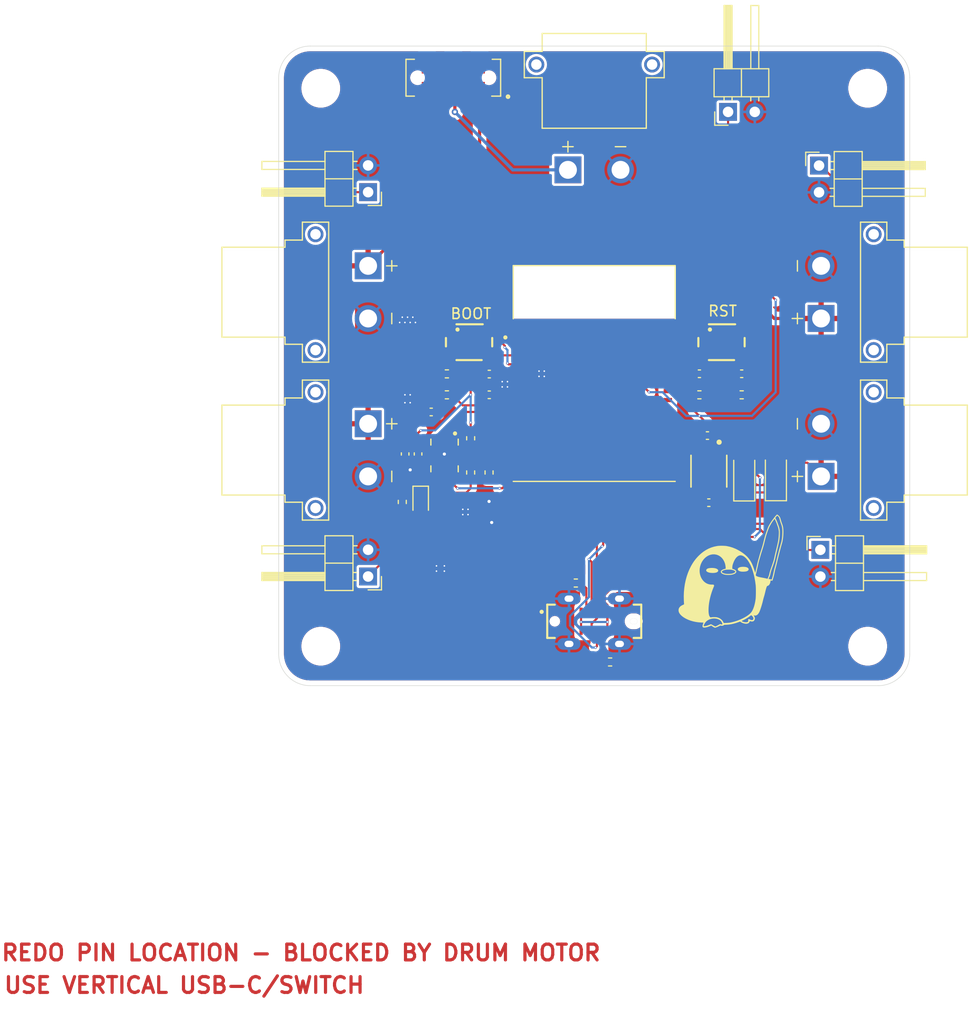
<source format=kicad_pcb>
(kicad_pcb (version 20240108) (generator "pcbnew") (generator_version "8.0")
  (layers (0 "F.Cu" signal) (31 "B.Cu" signal) (34 "B.Paste" user) (35 "F.Paste" user) (36 "B.SilkS" user "B.Silkscreen") (37 "F.SilkS" user "F.Silkscreen") (38 "B.Mask" user) (39 "F.Mask" user) (44 "Edge.Cuts" user))
  (net 0 "")
  (net 1 "GND")
  (net 2 "+3V3")
  (net 3 "+BATT")
  (net 4 "Net-(D1-K)")
  (net 5 "Net-(C11-Pad2)")
  (net 6 "/Main Drive /EN")
  (net 7 "/Main Drive /d_motor")
  (net 8 "Net-(D2-A)")
  (net 9 "/Main Drive /l_motor")
  (net 10 "/Main Drive /r_motor")
  (net 11 "Net-(U4-IO4)")
  (net 12 "/Main Drive /Boot")
  (net 14 "/Main Drive /SCL")
  (net 19 "/Main Drive /DP")
  (net 20 "Net-(U3-CS)")
  (net 23 "/Main Drive /SDA")
  (net 28 "/Main Drive /DN")
  (net 35 "+V_USB")
  (net 36 "/Main Drive /d_motor_2")
  (net 38 "Net-(SW1-B)")
  (net 44 "Net-(J11-CC2)")
  (net 45 "Net-(J11-CC1)")
  (net 47 "/Main Drive /INT1")
  (net 48 "/Main Drive /INT2")
  (net 50 "unconnected-(U4-IO21-Pad25)")
  (net 51 "unconnected-(U4-IO26-Pad26)")
  (footprint "Capacitor_SMD:C_0402_1005Metric" (layer "F.Cu") (at 170.02 95.40132)
    (property "Reference" "C13" (hide yes))
    (property "Value" "22uF" (hide yes))
  )
  (footprint "LED_SMD:LED_0603_1608Metric" (layer "F.Cu") (at 163.5 107.5375 -90)
    (property "Reference" "D2" (hide yes))
    (property "Value" "LED" (hide yes))
  )
  (footprint "XT30PW-F:AMASS_XT30PW-F" (layer "F.Cu") (at 206.56925 87.62132 -90)
    (property "Reference" "J1" (hide yes))
    (property "Value" "XT30PW-F")
  )
  (footprint "esp32s3mini:XCVR_ESP32-S3-MINI-1-N8" (layer "F.Cu") (at 180 97.87132)
    (property "Reference" "U4" (hide yes))
    (property "Value" "ESP32-S3-MINI-1-N8" (hide yes))
  )
  (footprint "Resistor_SMD:R_0402_1005Metric" (layer "F.Cu") (at 181.51 122.75)
    (property "Reference" "R1" (hide yes))
    (property "Value" "5.1k")
  )
  (footprint "XT30PW-F:AMASS_XT30PW-F" (layer "F.Cu") (at 153.5 102.62132 90)
    (property "Reference" "J5" (hide yes))
    (property "Value" "XT30PW-F")
  )
  (footprint "JS102011JAQN:SW_JS102011JAQN" (layer "F.Cu") (at 166.6 67.25 180)
    (property "Reference" "SW1" (hide yes))
    (property "Value" "SW_SPDT")
  )
  (footprint "TLV76601:DRB0008J-IPC_A" (layer "F.Cu") (at 190.9 104.625001 -90)
    (property "Reference" "U2" (hide yes))
    (property "Value" "TLV76601QWDRBRQ1" (hide yes))
  )
  (footprint "Resistor_SMD:R_0402_1005Metric" (layer "F.Cu") (at 178.25 115.25 180)
    (property "Reference" "R2" (hide yes))
    (property "Value" "5.1k")
  )
  (footprint "Resistor_SMD:R_0402_1005Metric" (layer "F.Cu") (at 170 104.75 -90)
    (property "Reference" "R4" (hide yes))
    (property "Value" "10k")
  )
  (footprint "Capacitor_SMD:C_0402_1005Metric" (layer "F.Cu") (at 170.02 97.37132)
    (property "Reference" "C14" (hide yes))
    (property "Value" "0.1uF" (hide yes))
  )
  (footprint "Resistor_SMD:R_0402_1005Metric" (layer "F.Cu") (at 190 97.37132)
    (property "Reference" "R12" (hide yes))
    (property "Value" "10k" (hide yes))
  )
  (footprint "MountingHole:MountingHole_3.2mm_M3_DIN965" (layer "F.Cu") (at 154 68.25)
    (property "Reference" "H4" (hide yes))
    (property "Value" "MountingHole")
  )
  (footprint "Diode_SMD:D_SOD-123F" (layer "F.Cu") (at 197.2725 105.22132 90)
    (property "Reference" "D1" (hide yes))
    (property "Value" "D" (hide yes))
  )
  (footprint "Capacitor_SMD:C_0402_1005Metric" (layer "F.Cu") (at 164.5 99 180)
    (property "Reference" "C5" (hide yes))
    (property "Value" "0.1uF")
  )
  (footprint "Connector_PinHeader_2.54mm:PinHeader_1x02_P2.54mm_Horizontal" (layer "F.Cu") (at 192.725 70.49632 90)
    (property "Reference" "J10" (hide yes))
    (property "Value" "Conn_01x02_Pin")
  )
  (footprint "Capacitor_SMD:C_0402_1005Metric" (layer "F.Cu") (at 190.894999 107.615534)
    (property "Reference" "C2" (hide yes))
    (property "Value" "1uF")
  )
  (footprint "Resistor_SMD:R_0402_1005Metric" (layer "F.Cu") (at 168.25 104.75 -90)
    (property "Reference" "R3" (hide yes))
    (property "Value" "1k")
  )
  (footprint "Connector_PinHeader_2.54mm:PinHeader_1x02_P2.54mm_Horizontal" (layer "F.Cu") (at 158.5 78.12132 180)
    (property "Reference" "J8" (hide yes))
    (property "Value" "Conn_01x02_Pin")
  )
  (footprint "Capacitor_SMD:C_0402_1005Metric" (layer "F.Cu") (at 194.02 95.37132)
    (property "Reference" "C11" (hide yes))
    (property "Value" "0.1uF" (hide yes))
  )
  (footprint "customFootprints:rockerSwitch-434133025816" (layer "F.Cu") (at 168 92.37132)
    (property "Reference" "SW4" (hide yes))
    (property "Value" "~" (hide yes))
  )
  (footprint "Capacitor_SMD:C_0402_1005Metric" (layer "F.Cu") (at 163.25 102.99 -90)
    (property "Reference" "C3" (hide yes))
    (property "Value" "0.1uF")
  )
  (footprint "Resistor_SMD:R_0402_1005Metric" (layer "F.Cu") (at 165.99 95.38132)
    (property "Reference" "R10" (hide yes))
    (property "Value" "570k" (hide yes))
  )
  (footprint "Connector_PinHeader_2.54mm:PinHeader_1x02_P2.54mm_Horizontal" (layer "F.Cu") (at 201.375 75.59632)
    (property "Reference" "J2" (hide yes))
    (property "Value" "Conn_01x02_Pin")
  )
  (footprint "bitmaps:knife_win_10x13" (layer "F.Cu") (at 193.001139 114.12132)
    (property "Reference" "G***" (hide yes))
    (property "Value" "LOGO" (hide yes))
  )
  (footprint "Resistor_SMD:R_0402_1005Metric" (layer "F.Cu") (at 194.02 97.37132 180)
    (property "Reference" "R13" (hide yes))
    (property "Value" "10k" (hide yes))
  )
  (footprint "MountingHole:MountingHole_3.2mm_M3_DIN965" (layer "F.Cu") (at 154 121.25)
    (property "Reference" "H1" (hide yes))
    (property "Value" "MountingHole")
  )
  (footprint "Resistor_SMD:R_0402_1005Metric" (layer "F.Cu") (at 165.99 97.37132 180)
    (property "Reference" "R11" (hide yes))
    (property "Value" "437k" (hide yes))
  )
  (footprint "Resistor_SMD:R_0402_1005Metric" (layer "F.Cu") (at 161.75 107.5475 -90)
    (property "Reference" "R16" (hide yes))
    (property "Value" "510" (hide yes))
  )
  (footprint "Capacitor_SMD:C_0402_1005Metric" (layer "F.Cu") (at 162.02 102.99 -90)
    (property "Reference" "C4" (hide yes))
    (property "Value" "0.1uF")
  )
  (footprint "USB4120-03-C_REVA:GCT_USB4120-03-C_REVA" (layer "F.Cu") (at 180 118.885)
    (property "Reference" "J11" (hide yes))
    (property "Value" "USB4120-03-C_REVA" (hide yes))
    (fp_line (start 3.65 -0.26) (end 3.85 -0.26) (stroke (width 0.01)) (layer "Edge.Cuts"))
    (fp_line (start 3.85 0.26) (end 3.65 0.26) (stroke (width 0.01)) (layer "Edge.Cuts"))
    (fp_arc (start 3.39 0) (mid 3.466152 -0.183848) (end 3.65 -0.26) (stroke (width 0.01)) (layer "Edge.Cuts"))
    (fp_arc (start 3.65 0.26) (mid 3.466152 0.183848) (end 3.39 0) (stroke (width 0.01)) (layer "Edge.Cuts"))
    (fp_arc (start 3.85 -0.26) (mid 4.033848 -0.183848) (end 4.11 0) (stroke (width 0.01)) (layer "Edge.Cuts"))
    (fp_arc (start 4.11 0) (mid 4.033848 0.183848) (end 3.85 0.26) (stroke (width 0.01)) (layer "Edge.Cuts"))
  )
  (footprint "customFootprints:rockerSwitch-434133025816" (layer "F.Cu") (at 192 92.37132)
    (property "Reference" "SW3" (hide yes))
    (property "Value" "~" (hide yes))
  )
  (footprint "Capacitor_SMD:C_0402_1005Metric" (layer "F.Cu") (at 190 95.37132 180)
    (property "Reference" "C12" (hide yes))
    (property "Value" "1uF" (hide yes))
  )
  (footprint "Connector_PinHeader_2.54mm:PinHeader_1x02_P2.54mm_Horizontal" (layer "F.Cu") (at 158.5 114.63132 180)
    (property "Reference" "J9" (hide yes))
    (property "Value" "Conn_01x02_Pin")
  )
  (footprint "XT30PW-F:AMASS_XT30PW-F" (layer "F.Cu") (at 206.56925 102.62132 -90)
    (property "Reference" "J4" (hide yes))
    (property "Value" "XT30PW-F")
  )
  (footprint "XT30PW-M:AMASS_XT30PW-M" (layer "F.Cu") (at 180 66)
    (property "Reference" "J3" (hide yes))
    (property "Value" "XT30PW-M")
  )
  (footprint "MountingHole:MountingHole_3.2mm_M3_DIN965" (layer "F.Cu") (at 206 121.25)
    (property "Reference" "H2" (hide yes))
    (property "Value" "MountingHole")
  )
  (footprint "Capacitor_SMD:C_0402_1005Metric" (layer "F.Cu") (at 190.763033 101.24382)
    (property "Reference" "C1" (hide yes))
    (property "Value" "2.2uF")
  )
  (footprint "XT30PW-F:AMASS_XT30PW-F" (layer "F.Cu") (at 153.5 87.62132 90)
    (property "Reference" "J6" (hide yes))
    (property "Value" "XT30PW-F")
  )
  (footprint "LSM6DSOXTR:PQFN50P250X300X86-14N" (layer "F.Cu") (at 165.7675 103.1325 -90)
    (property "Reference" "U3" (hide yes))
    (property "Value" "LSM6DSOXTR")
  )
  (footprint "MountingHole:MountingHole_3.2mm_M3_DIN965" (layer "F.Cu") (at 206 68.25)
    (property "Reference" "H3" (hide yes))
    (property "Value" "MountingHole")
  )
  (footprint "Resistor_SMD:R_0402_1005Metric" (layer "F.Cu") (at 168.25 101.5 90)
    (property "Reference" "R5" (hide yes))
    (property "Value" "10k")
  )
  (footprint "Connector_PinHeader_2.54mm:PinHeader_1x02_P2.54mm_Horizontal" (layer "F.Cu") (at 201.5 112.09632)
    (property "Reference" "J7" (hide yes))
    (property "Value" "Conn_01x02_Pin" (hide yes))
  )
  (footprint "Diode_SMD:D_SOD-123F" (layer "F.Cu") (at 194.263033 105.24382 90)
    (property "Reference" "D3" (hide yes))
    (property "Value" "D" (hide yes))
  )
  (gr_line (start 207 125) (end 153 125) (stroke (width 0.05)) (layer "Edge.Cuts"))
  (gr_arc (start 150 67.24264) (mid 150.87868 65.12132) (end 153 64.24264) (stroke (width 0.05)) (layer "Edge.Cuts"))
  (gr_line (start 210 67.24264) (end 210.000001 122.000001) (stroke (width 0.05)) (layer "Edge.Cuts"))
  (gr_line (start 153 64.24264) (end 207 64.24264) (stroke (width 0.05)) (layer "Edge.Cuts"))
  (gr_arc (start 153 125) (mid 150.87868 124.12132) (end 150 122) (stroke (width 0.05)) (layer "Edge.Cuts"))
  (gr_arc (start 210.000001 122.000001) (mid 209.121321 124.121321) (end 207.000001 125.000001) (stroke (width 0.05)) (layer "Edge.Cuts"))
  (gr_arc (start 207 64.24264) (mid 209.12132 65.12132) (end 210 67.24264) (stroke (width 0.05)) (layer "Edge.Cuts"))
  (gr_line (start 150 122) (end 150 67.24264) (stroke (width 0.05)) (layer "Edge.Cuts"))
  (gr_text "USE VERTICAL USB-C/SWITCH\n\n" (at 123.75 156.75 0) (layer "F.Cu") (effects (font (size 1.5 1.5) (thickness 0.3) (bold yes)) (justify left bottom)))
  (gr_text "REDO PIN LOCATION - BLOCKED BY DRUM MOTOR" (at 123.5 151.25 0) (layer "F.Cu") (effects (font (size 1.5 1.5) (thickness 0.3) (bold yes)) (justify left bottom)))
  (gr_text "BOOT" (at 166.25 90.25 0) (layer "F.SilkS") (effects (font (size 1 1)) (justify left bottom)))
  (gr_text "RST\n" (at 190.75 90 0) (layer "F.SilkS") (effects (font (size 1 1)) (justify left bottom)))
  (segment (start 190.574999 106.115534) (end 190.574999 104.950002) (width 0.2) (layer "F.Cu") (net 1))
  (segment (start 190.574999 104.950002) (end 190.9 104.625001) (width 0.2) (layer "F.Cu") (net 1))
  (segment (start 164.8575 103.1325) (end 164.8575 103.6325) (width 0.2) (layer "F.Cu") (net 1))
  (segment (start 165.5175 101.9725) (end 166.5175 101.9725) (width 0.2) (layer "F.Cu") (net 1))
  (via (at 165 114.12132) (size 0.25) (drill 0.15) (layers "F.Cu" "B.Cu") (net 1))
  (via (at 168 108.25) (size 0.25) (drill 0.15) (layers "F.Cu" "B.Cu") (net 1))
  (via (at 167.5 108.75) (size 0.25) (drill 0.15) (layers "F.Cu" "B.Cu") (net 1))
  (via (at 161.75 90) (size 0.25) (drill 0.15) (layers "F.Cu" "B.Cu") (net 1))
  (via (at 174.75 95.12132) (size 0.25) (drill 0.15) (layers "F.Cu" "B.Cu") (net 1))
  (via (at 162.5 104.5) (size 0.6) (drill 0.3) (layers "F.Cu" "B.Cu") (net 1))
  (via (at 165.75 114.12132) (size 0.25) (drill 0.15) (layers "F.Cu" "B.Cu") (net 1))
  (via (at 167.5 108.25) (size 0.25) (drill 0.15) (layers "F.Cu" "B.Cu") (net 1))
  (via (at 171.75 96.62132) (size 0.25) (drill 0.15) (layers "F.Cu" "B.Cu") (net 1))
  (via (at 162.5 97.37132) (size 0.25) (drill 0.15) (layers "F.Cu" "B.Cu") (net 1))
  (via (at 168 108.75) (size 0.25) (drill 0.15) (layers "F.Cu" "B.Cu") (net 1))
  (via (at 162.5 90.5) (size 0.25) (drill 0.15) (layers "F.Cu" "B.Cu") (net 1))
  (via (at 161.5 90.5) (size 0.25) (drill 0.15) (layers "F.Cu" "B.Cu") (net 1))
  (via (at 170 107.5) (size 0.6) (drill 0.3) (layers "F.Cu" "B.Cu") (net 1))
  (via (at 162.5 98.12132) (size 0.25) (drill 0.15) (layers "F.Cu" "B.Cu") (net 1))
  (via (at 162 90.5) (size 0.25) (drill 0.15) (layers "F.Cu" "B.Cu") (net 1))
  (via (at 165 113.62132) (size 0.25) (drill 0.15) (layers "F.Cu" "B.Cu") (net 1))
  (via (at 162 97.37132) (size 0.25) (drill 0.15) (layers "F.Cu" "B.Cu") (net 1))
  (via (at 162.25 90) (size 0.25) (drill 0.15) (layers "F.Cu" "B.Cu") (net 1))
  (via (at 165.75 113.62132) (size 0.25) (drill 0.15) (layers "F.Cu" "B.Cu") (net 1))
  (via (at 171.25 96.62132) (size 0.25) (drill 0.15) (layers "F.Cu" "B.Cu") (net 1))
  (via (at 162.75 90) (size 0.25) (drill 0.15) (layers "F.Cu" "B.Cu") (net 1))
  (via (at 174.75 95.62132) (size 0.25) (drill 0.15) (layers "F.Cu" "B.Cu") (net 1))
  (via (at 175.25 95.62132) (size 0.25) (drill 0.15) (layers "F.Cu" "B.Cu") (net 1))
  (via (at 165.75 103) (size 0.6) (drill 0.3) (layers "F.Cu" "B.Cu") (net 1))
  (via (at 170.25 109.5) (size 0.6) (drill 0.3) (layers "F.Cu" "B.Cu") (net 1))
  (via (at 163 90.5) (size 0.25) (drill 0.15) (layers "F.Cu" "B.Cu") (net 1))
  (via (at 162 98.12132) (size 0.25) (drill 0.15) (layers "F.Cu" "B.Cu") (net 1))
  (via (at 171.75 96.12132) (size 0.25) (drill 0.15) (layers "F.Cu" "B.Cu") (net 1))
  (via (at 171.25 96.12132) (size 0.25) (drill 0.15) (layers "F.Cu" "B.Cu") (net 1))
  (via (at 175.25 95.12132) (size 0.25) (drill 0.15) (layers "F.Cu" "B.Cu") (net 1))
  (segment (start 190.022272 99.393592) (end 190.022272 99.413592) (width 0.2) (layer "F.Cu") (net 2))
  (segment (start 181.7 93.62132) (end 181.72132 93.62132) (width 0.2) (layer "F.Cu") (net 2))
  (segment (start 168.25 105.26) (end 170 105.26) (width 0.2) (layer "F.Cu") (net 2))
  (segment (start 190.022272 99.413592) (end 190 99.39132) (width 0.2) (layer "F.Cu") (net 2))
  (segment (start 163.7975 104.2925) (end 165.0175 104.2925) (width 0.2) (layer "F.Cu") (net 2))
  (segment (start 173 93.62132) (end 181.7 93.62132) (width 0.2) (layer "F.Cu") (net 2))
  (segment (start 168.25 100) (end 168.25 100.99) (width 0.2) (layer "F.Cu") (net 2))
  (segment (start 169.54 95.33132) (end 169.54 95.40132) (width 0.2) (layer "F.Cu") (net 2))
  (segment (start 161.41 106) (end 161.75 106.34) (width 0.2) (layer "F.Cu") (net 2))
  (segment (start 190 99.39132) (end 190 99.37132) (width 0.2) (layer "F.Cu") (net 2))
  (segment (start 173 93.62132) (end 171.25 93.62132) (width 0.2) (layer "F.Cu") (net 2))
  (segment (start 192.725 83.84632) (end 197.25 88.37132) (width 0.2) (layer "F.Cu") (net 2))
  (segment (start 189.49 98.88132) (end 189.98 99.37132) (width 0.2) (layer "F.Cu") (net 2))
  (segment (start 189.98 99.37132) (end 190 99.37132) (width 0.2) (layer "F.Cu") (net 2))
  (segment (start 163.25 101) (end 163.25 102.51) (width 0.2) (layer "F.Cu") (net 2))
  (segment (start 161.75 106.34) (end 163.7975 104.2925) (width 0.2) (layer "F.Cu") (net 2))
  (segment (start 167.825 106.675) (end 166.675 106.675) (width 0.2) (layer "F.Cu") (net 2))
  (segment (start 171.25 93.62132) (end 169.54 95.33132) (width 0.2) (layer "F.Cu") (net 2))
  (segment (start 190 99.37132) (end 190.022272 99.393592) (width 0.2) (layer "F.Cu") (net 2))
  (segment (start 163.5 100.75) (end 163.25 101) (width 0.2) (layer "F.Cu") (net 2))
  (segment (start 168.25 106.25) (end 167.825 106.675) (width 0.2) (layer "F.Cu") (net 2))
  (segment (start 168.25 97.37132) (end 168.25 96.69132) (width 0.2) (layer "F.Cu") (net 2))
  (segment (start 168.25 96.69132) (end 169.54 95.40132) (width 0.2) (layer "F.Cu") (net 2))
  (segment (start 168.25 105.26) (end 168.25 106.25) (width 0.2) (layer "F.Cu") (net 2))
  (segment (start 165.0175 105.0175) (end 165.0175 104.2925) (width 0.2) (layer "F.Cu") (net 2))
  (segment (start 192.725 70.49632) (end 192.725 83.84632) (width 0.2) (layer "F.Cu") (net 2))
  (segment (start 161.75 106.34) (end 161.75 107.0375) (width 0.2) (layer "F.Cu") (net 2))
  (segment (start 161.41 106) (end 161.41 103.12) (width 0.2) (layer "F.Cu") (net 2))
  (segment (start 181.72132 93.62132) (end 185.2 97.1) (width 0.2) (layer "F.Cu") (net 2))
  (segment (start 191.243033 100.614353) (end 190 99.37132) (width 0.2) (layer "F.Cu") (net 2))
  (segment (start 189.49 98.88132) (end 189.49 97.37132) (width 0.2) (layer "F.Cu") (net 2))
  (segment (start 191.243033 101.24382) (end 191.243033 100.614353) (width 0.2) (layer "F.Cu") (net 2))
  (segment (start 161.41 103.12) (end 162.02 102.51) (width 0.2) (layer "F.Cu") (net 2))
  (segment (start 166.675 106.675) (end 165.0175 105.0175) (width 0.2) (layer "F.Cu") (net 2))
  (via (at 168.25 97.37132) (size 0.25) (drill 0.15) (layers "F.Cu" "B.Cu") (net 2))
  (via (at 168.25 100) (size 0.25) (drill 0.15) (layers "F.Cu" "B.Cu") (net 2))
  (via (at 197.25 88.37132) (size 0.25) (drill 0.15) (layers "F.Cu" "B.Cu") (net 2))
  (via (at 190 99.37132) (size 0.25) (drill 0.15) (layers "F.Cu" "B.Cu") (net 2))
  (via (at 185.2 97.1) (size 0.25) (drill 0.15) (layers "F.Cu" "B.Cu") (net 2))
  (via (at 163.5 100.75) (size 0.25) (drill 0.15) (layers "F.Cu" "B.Cu") (net 2))
  (segment (start 168.25 100) (end 168.25 97.5) (width 0.2) (layer "B.Cu") (net 2))
  (segment (start 197.25 88.37132) (end 197.25 97.12132) (width 0.2) (layer "B.Cu") (net 2))
  (segment (start 195 99.37132) (end 190 99.37132) (width 0.2) (layer "B.Cu") (net 2))
  (segment (start 188.75 99.37132) (end 190 99.37132) (width 0.2) (layer "B.Cu") (net 2))
  (segment (start 185.22868 97.12132) (end 185.2 97.1) (width 0.2) (layer "B.Cu") (net 2))
  (segment (start 185.25 97.12132) (end 185.22868 97.12132) (width 0.2) (layer "B.Cu") (net 2))
  (segment (start 185.2 97.1) (end 185.27132 97.12132) (width 0.2) (layer "B.Cu") (net 2))
  (segment (start 197.25 97.12132) (end 195 99.37132) (width 0.2) (layer "B.Cu") (net 2))
  (segment (start 168.18566 97.43566) (end 168.25 97.37132) (width 0.2) (layer "B.Cu") (net 2))
  (segment (start 186.5 97.12132) (end 188.75 99.37132) (width 0.2) (layer "B.Cu") (net 2))
  (segment (start 164.87132 100.75) (end 168.18566 97.43566) (width 0.2) (layer "B.Cu") (net 2))
  (segment (start 168.25 97.5) (end 168.18566 97.43566) (width 0.2) (layer "B.Cu") (net 2))
  (segment (start 163.5 100.75) (end 164.87132 100.75) (width 0.2) (layer "B.Cu") (net 2))
  (segment (start 185.27132 97.12132) (end 186.5 97.12132) (width 0.2) (layer "B.Cu") (net 2))
  (segment (start 169.1 74.52132) (end 173.82868 79.25) (width 0.3) (layer "F.Cu") (net 3))
  (segment (start 158.74 95.38132) (end 165.48 95.38132) (width 0.2) (layer "F.Cu") (net 3))
  (segment (start 158.5 100.12132) (end 158.5 95.62132) (width 0.2) (layer "F.Cu") (net 3))
  (segment (start 200.26925 103.82132) (end 201.56925 105.12132) (width 0.2) (layer "F.Cu") (net 3))
  (segment (start 197.2725 103.82132) (end 200.26925 103.82132) (width 0.2) (layer "F.Cu") (net 3))
  (segment (start 169.1 68.45) (end 169.1 74.52132) (width 0.3) (layer "F.Cu") (net 3))
  (segment (start 197.12132 90.12132) (end 201.56925 90.12132) (width 0.3) (layer "F.Cu") (net 3))
  (segment (start 169.1 74.52132) (end 158.5 85.12132) (width 0.3) (layer "F.Cu") (net 3))
  (segment (start 158.5 95.62132) (end 158.74 95.38132) (width 0.2) (layer "F.Cu") (net 3))
  (segment (start 186.25 79.25) (end 197.12132 90.12132) (width 0.3) (layer "F.Cu") (net 3))
  (segment (start 173.82868 79.25) (end 186.25 79.25) (width 0.3) (layer "F.Cu") (net 3))
  (segment (start 191.774999 106.881066) (end 191.874999 106.781066) (width 0.2) (layer "F.Cu") (net 4))
  (segment (start 191.874999 106.115534) (end 193.734747 106.115534) (width 0.2) (layer "F.Cu") (net 4))
  (segment (start 189.925001 107.125536) (end 190.414999 107.615534) (width 0.2) (layer "F.Cu") (net 4))
  (segment (start 194.263033 106.64382) (end 197.25 106.64382) (width 0.2) (layer "F.Cu") (net 4))
  (segment (start 191.874999 106.781066) (end 191.874999 106.115534) (width 0.2) (layer "F.Cu") (net 4))
  (segment (start 190.414999 107.615534) (end 191.149467 106.881066) (width 0.2) (layer "F.Cu") (net 4))
  (segment (start 193.734747 106.115534) (end 194.263033 106.64382) (width 0.2) (layer "F.Cu") (net 4))
  (segment (start 190.414999 107.615534) (end 190.484466 107.615534) (width 0.2) (layer "F.Cu") (net 4))
  (segment (start 191.149467 106.881066) (end 191.774999 106.881066) (width 0.2) (layer "F.Cu") (net 4))
  (segment (start 197.25 106.64382) (end 197.2725 106.62132) (width 0.2) (layer "F.Cu") (net 4))
  (segment (start 189.925001 106.115534) (end 189.925001 107.125536) (width 0.2) (layer "F.Cu") (net 4))
  (segment (start 187 91.92132) (end 187.35 91.92132) (width 0.2) (layer "F.Cu") (net 6))
  (segment (start 188.5 95.12132) (end 188.75 95.37132) (width 0.2) (layer "F.Cu") (net 6))
  (segment (start 188.75 95.37132) (end 189.52 95.37132) (width 0.2) (layer "F.Cu") (net 6))
  (segment (start 187.35 91.92132) (end 188.5 93.07132) (width 0.2) (layer "F.Cu") (net 6))
  (segment (start 188.5 93.07132) (end 188.5 95.12132) (width 0.2) (layer "F.Cu") (net 6))
  (segment (start 179.15 105.47132) (end 179.15 104.87132) (width 0.2) (layer "F.Cu") (net 7))
  (segment (start 172.75 111.87132) (end 179.15 105.47132) (width 0.2) (layer "F.Cu") (net 7))
  (segment (start 158.5 114.63132) (end 161.26 111.87132) (width 0.2) (layer "F.Cu") (net 7))
  (segment (start 161.26 111.87132) (end 172.75 111.87132) (width 0.2) (layer "F.Cu") (net 7))
  (segment (start 195.75 110.12132) (end 197.74 112.11132) (width 0.2) (layer "F.Cu") (net 9))
  (segment (start 197.74 112.11132) (end 201.5 112.11132) (width 0.2) (layer "F.Cu") (net 9))
  (segment (start 184.25 107.62132) (end 184.25 104.87132) (width 0.2) (layer "F.Cu") (net 9))
  (segment (start 186.75 110.12132) (end 195.75 110.12132) (width 0.2) (layer "F.Cu") (net 9))
  (segment (start 186.75 110.12132) (end 184.25 107.62132) (width 0.2) (layer "F.Cu") (net 9))
  (segment (start 187.25 109.62132) (end 208.75 109.62132) (width 0.2) (layer "F.Cu") (net 10))
  (segment (start 208.75 82.811488) (end 201.519832 75.58132) (width 0.2) (layer "F.Cu") (net 10))
  (segment (start 185.1 107.47132) (end 185.1 104.87132) (width 0.2) (layer "F.Cu") (net 10))
  (segment (start 187.25 109.62132) (end 185.1 107.47132) (width 0.2) (layer "F.Cu") (net 10))
  (segment (start 201.519832 75.58132) (end 201.5 75.58132) (width 0.2) (layer "F.Cu") (net 10))
  (segment (start 208.75 109.62132) (end 208.75 82.811488) (width 0.2) (layer "F.Cu") (net 10))
  (segment (start 171.75 98.37132) (end 167.5 98.37132) (width 0.2) (layer "F.Cu") (net 11))
  (segment (start 164.98 98.89132) (end 166.5 97.37132) (width 0.2) (layer "F.Cu") (net 11))
  (segment (start 164.98 99) (end 164.98 98.89132) (width 0.2) (layer "F.Cu") (net 11))
  (segment (start 167.5 98.37132) (end 166.5 97.37132) (width 0.2) (layer "F.Cu") (net 11))
  (segment (start 172.25 97.87132) (end 171.75 98.37132) (width 0.2) (layer "F.Cu") (net 11))
  (segment (start 173 97.87132) (end 172.25 97.87132) (width 0.2) (layer "F.Cu") (net 11))
  (segment (start 170.075 91.29632) (end 171.5 92.72132) (width 0.2) (layer "F.Cu") (net 12))
  (segment (start 170.075 91.44632) (end 170.075 91.29632) (width 0.2) (layer "F.Cu") (net 12))
  (segment (start 171.953554 94.47132) (end 173 94.47132) (width 0.2) (layer "F.Cu") (net 12))
  (segment (start 171.953554 94.47132) (end 171.85 94.47132) (width 0.2) (layer "F.Cu") (net 12))
  (segment (start 171.85 94.47132) (end 171.75 94.37132) (width 0.2) (layer "F.Cu") (net 12))
  (segment (start 171.5 92.72132) (end 171.5 92.87132) (width 0.2) (layer "F.Cu") (net 12))
  (via (at 171.75 94.37132) (size 0.25) (drill 0.15) (layers "F.Cu" "B.Cu") (net 12))
  (via (at 171.5 92.87132) (size 0.25) (drill 0.15) (layers "F.Cu" "B.Cu") (net 12))
  (segment (start 171.75 93.12132) (end 171.5 92.87132) (width 0.2) (layer "B.Cu") (net 12))
  (segment (start 171.75 94.37132) (end 171.75 93.12132) (width 0.2) (layer "B.Cu") (net 12))
  (segment (start 171.75868 102.97132) (end 173 102.97132) (width 0.2) (layer "F.Cu") (net 14))
  (segment (start 168.8925 103.1325) (end 170 104.24) (width 0.2) (layer "F.Cu") (net 14))
  (segment (start 170 104.24) (end 170.49 104.24) (width 0.2) (layer "F.Cu") (net 14))
  (segment (start 170.49 104.24) (end 171.75868 102.97132) (width 0.2) (layer "F.Cu") (net 14))
  (segment (start 166.6775 103.1325) (end 168.8925 103.1325) (width 0.2) (layer "F.Cu") (net 14))
  (segment (start 180.25 121.25) (end 180.25 119.75) (width 0.2) (layer "F.Cu") (net 19))
  (segment (start 179.75 113.25) (end 179.5 113) (width 0.2) (layer "F.Cu") (net 19))
  (segment (start 180.85 111.65) (end 180.85 104.87132) (width 0.2) (layer "F.Cu") (net 19))
  (segment (start 180.75 111.75) (end 180.85 111.65) (width 0.2) (layer "F.Cu") (net 19))
  (segment (start 179.75 118.02) (end 179.75 113.25) (width 0.2) (layer "F.Cu") (net 19))
  (segment (start 180.125 121.375) (end 180.25 121.25) (width 0.2) (layer "F.Cu") (net 19))
  (via (at 180.75 111.75) (size 0.25) (drill 0.15) (layers "F.Cu" "B.Cu") (net 19))
  (via (at 180.125 121.375) (size 0.25) (drill 0.15) (layers "F.Cu" "B.Cu") (net 19))
  (via (at 179.5 113) (size 0.25) (drill 0.15) (layers "F.Cu" "B.Cu") (net 19))
  (segment (start 180 112.5) (end 180.75 111.75) (width 0.2) (layer "B.Cu") (net 19))
  (segment (start 180.125 121.375) (end 179.775 121.375) (width 0.2) (layer "B.Cu") (net 19))
  (segment (start 179.5 113) (end 180 112.5) (width 0.2) (layer "B.Cu") (net 19))
  (segment (start 179.775 121.375) (end 177.7 119.3) (width 0.2) (layer "B.Cu") (net 19))
  (segment (start 179.5 116.587082) (end 179.5 113) (width 0.2) (layer "B.Cu") (net 19))
  (segment (start 177.7 118.387082) (end 179.5 116.587082) (width 0.2) (layer "B.Cu") (net 19))
  (segment (start 177.7 119.3) (end 177.7 118.387082) (width 0.2) (layer "B.Cu") (net 19))
  (segment (start 167.6425 103.6325) (end 168.25 104.24) (width 0.2) (layer "F.Cu") (net 20))
  (segment (start 166.6775 103.6325) (end 167.6425 103.6325) (width 0.2) (layer "F.Cu") (net 20))
  (segment (start 167.6275 102.6325) (end 168.25 102.01) (width 0.2) (layer "F.Cu") (net 23))
  (segment (start 166.6775 102.6325) (end 167.6275 102.6325) (width 0.2) (layer "F.Cu") (net 23))
  (segment (start 168.85132 102.12132) (end 173 102.12132) (width 0.2) (layer "F.Cu") (net 23))
  (segment (start 168.74 102.01) (end 168.85132 102.12132) (width 0.2) (layer "F.Cu") (net 23))
  (segment (start 168.25 102.01) (end 168.74 102.01) (width 0.2) (layer "F.Cu") (net 23))
  (segment (start 179.75 119.75) (end 179.75 119.115) (width 0.2) (layer "F.Cu") (net 28))
  (segment (start 180.25 118.615) (end 180.25 118.02) (width 0.2) (layer "F.Cu") (net 28))
  (segment (start 180.25 105.12132) (end 180 104.87132) (width 0.2) (layer "F.Cu") (net 28))
  (segment (start 179.75 119.115) (end 180.25 118.615) (width 0.2) (layer "F.Cu") (net 28))
  (segment (start 180.25 118.02) (end 180.25 105.12132) (width 0.2) (layer "F.Cu") (net 28))
  (segment (start 181.25 118.95) (end 181.25 119) (width 0.2) (layer "F.Cu") (net 35))
  (segment (start 178.75 118.95) (end 178.75 119.75) (width 0.2) (layer "F.Cu") (net 35))
  (segment (start 194.363033 103.84382) (end 195.763033 105.24382) (width 0.2) (layer "F.Cu") (net 35))
  (segment (start 181 117.087082) (end 181 116.382918) (width 0.2) (layer "F.Cu") (net 35))
  (segment (start 181.25 118.95) (end 181.25 118.02) (width 0.2) (layer "F.Cu") (net 35))
  (segment (start 181.25 117.337082) (end 181 117.087082) (width 0.2) (layer "F.Cu") (net 35))
  (segment (start 181.25 119.75) (end 181.25 119) (width 0.2) (layer "F.Cu") (net 35))
  (segment (start 181 116.382918) (end 181.886598 115.49632) (width 0.2) (layer "F.Cu") (net 35))
  (segment (start 190.25 110.87132) (end 195.25 110.87132) (width 0.2) (layer "F.Cu") (net 35))
  (segment (start 178.75 118.95) (end 178.75 118.02) (width 0.2) (layer "F.Cu") (net 35))
  (segment (start 181.25 119) (end 181.25 117.337082) (width 0.2) (layer "F.Cu") (net 35))
  (segment (start 181.886598 115.49632) (end 185.625 115.49632) (width 0.2) (layer "F.Cu") (net 35))
  (segment (start 185.625 115.49632) (end 190.25 110.87132) (width 0.2) (layer "F.Cu") (net 35))
  (via (at 178.75 118.95) (size 0.25) (drill 0.15) (layers "F.Cu" "B.Cu") (net 35))
  (via (at 195.763033 105.24382) (size 0.25) (drill 0.15) (layers "F.Cu" "B.Cu") (net 35))
  (via (at 181.25 118.95) (size 0.25) (drill 0.15) (layers "F.Cu" "B.Cu") (net 35))
  (via (at 195.25 110.87132) (size 0.25) (drill 0.15) (layers "F.Cu" "B.Cu") (net 35))
  (segment (start 195.25 110.87132) (end 195.75 110.37132) (width 0.2) (layer "B.Cu") (net 35))
  (segment (start 181.25 118.95) (end 178.75 118.95) (width 0.2) (layer "B.Cu") (net 35))
  (segment (start 195.75 110.37132) (end 195.75 105.37132) (width 0.2) (layer "B.Cu") (net 35))
  (segment (start 178.3 105.07132) (end 178.3 104.87132) (width 0.2) (layer "F.Cu") (net 36))
  (segment (start 153.5 110.37132) (end 166.25 110.37132) (width 0.2) (layer "F.Cu") (net 36))
  (segment (start 151.5 108.37132) (end 153.5 110.37132) (width 0.2) (layer "F.Cu") (net 36))
  (segment (start 158.5 78.12132) (end 154.75 78.12132) (width 0.2) (layer "F.Cu") (net 36))
  (segment (start 167 111.12132) (end 172.25 111.12132) (width 0.2) (layer "F.Cu") (net 36))
  (segment (start 166.25 110.37132) (end 167 111.12132) (width 0.2) (layer "F.Cu") (net 36))
  (segment (start 151.5 81.37132) (end 151.5 108.37132) (width 0.2) (layer "F.Cu") (net 36))
  (segment (start 154.75 78.12132) (end 151.5 81.37132) (width 0.2) (layer "F.Cu") (net 36))
  (segment (start 172.25 111.12132) (end 178.3 105.07132) (width 0.2) (layer "F.Cu") (net 36))
  (segment (start 166.75 68.6) (end 166.6 68.45) (width 0.3) (layer "F.Cu") (net 38))
  (segment (start 166.75 70.5) (end 166.75 68.6) (width 0.3) (layer "F.Cu") (net 38))
  (segment (start 166.5 68.55) (end 166.6 68.45) (width 0.2) (layer "F.Cu") (net 38))
  (via (at 166.75 70.5) (size 0.6) (drill 0.3) (layers "F.Cu" "B.Cu") (net 38))
  (segment (start 177.5 76) (end 172.25 76) (width 0.3) (layer "B.Cu") (net 38))
  (segment (start 172.25 76) (end 166.75 70.5) (width 0.3) (layer "B.Cu") (net 38))
  (segment (start 180.75 119.75) (end 180.75 122.5) (width 0.2) (layer "F.Cu") (net 44))
  (segment (start 180.75 122.5) (end 181 122.75) (width 0.2) (layer "F.Cu") (net 44))
  (segment (start 179.25 118.02) (end 179.25 115.74) (width 0.2) (layer "F.Cu") (net 45))
  (segment (start 179.25 115.74) (end 178.76 115.25) (width 0.2) (layer "F.Cu") (net 45))
  (segment (start 170.37868 99) (end 172.65 101.27132) (width 0.2) (layer "F.Cu") (net 47))
  (segment (start 172.65 101.27132) (end 173 101.27132) (width 0.2) (layer "F.Cu") (net 47))
  (segment (start 167.41 99) (end 170.37868 99) (width 0.2) (layer "F.Cu") (net 47))
  (segment (start 165.0175 101.3925) (end 167.41 99) (width 0.2) (layer "F.Cu") (net 47))
  (segment (start 165.0175 101.9725) (end 165.0175 101.3925) (width 0.2) (layer "F.Cu") (net 47))
  (segment (start 165.5175 104.2925) (end 165.5175 104.8725) (width 0.2) (layer "F.Cu") (net 48))
  (segment (start 172.65 103.82132) (end 173 103.82132) (width 0.2) (layer "F.Cu") (net 48))
  (segment (start 172 104.47132) (end 172.65 103.82132) (width 0.2) (layer "F.Cu") (net 48))
  (segment (start 171.25 106.25) (end 172 105.5) (width 0.2) (layer "F.Cu") (net 48))
  (segment (start 171 106.25) (end 171.25 106.25) (width 0.2) (layer "F.Cu") (net 48))
  (segment (start 165.5175 104.8725) (end 167 106.25) (width 0.2) (layer "F.Cu") (net 48))
  (segment (start 172 105.5) (end 172 104.47132) (width 0.2) (layer "F.Cu") (net 48))
  (via (at 167 106.25) (size 0.25) (drill 0.15) (layers "F.Cu" "B.Cu") (net 48))
  (via (at 171 106.25) (size 0.25) (drill 0.15) (layers "F.Cu" "B.Cu") (net 48))
  (segment (start 167.25 106.25) (end 167 106.25) (width 0.2) (layer "B.Cu") (net 48))
  (segment (start 171 106.25) (end 167.25 106.25) (width 0.2) (layer "B.Cu") (net 48))
  (segment (start 181.7 104.87132) (end 181.7 105.07132) (width 0.2) (layer "F.Cu") (net 50))
  (segment (start 182.55 104.87132) (end 182.55 105.07132) (width 0.2) (layer "F.Cu") (net 51))
  (zone (net 3) (net_name "+BATT") (layer "F.Cu") (priority 1) (connect_pads (clearance 0.25)) (min_thickness 0.25) (fill yes (thermal_gap 0.5) (thermal_bridge_width 0.5))
    (polygon (pts (xy 199.475 87.87132) (xy 205.25 87.87132) (xy 205.5 107.12132) (xy 200 107.12132) (xy 200 102.62132) (xy 203.75 102.62132) (xy 203.75 92.87132) (xy 199.5 92.87132)))
  )
  (zone (net 11) (net_name "Net-(U4-IO4)") (layer "F.Cu") (priority 5) (connect_pads (clearance 0.5)) (min_thickness 0.25) (fill yes (thermal_gap 0.5) (thermal_bridge_width 0.5))
    (polygon (pts (xy 165.99 94.91132) (xy 166.92 94.91132) (xy 166.92 97.84132) (xy 165.99 97.84132)))
  )
  (zone (net 2) (net_name "+3V3") (layer "F.Cu") (priority 11) (connect_pads (clearance 0.25)) (min_thickness 0.25) (fill yes (thermal_gap 0.5) (thermal_bridge_width 0.5))
    (polygon (pts (xy 161.56 102.08) (xy 161.56 102.99) (xy 165.25 103) (xy 165.2925 102.3275)))
  )
  (zone (net 6) (net_name "/Main Drive /EN") (layer "F.Cu") (priority 8) (connect_pads (clearance 0.5)) (min_thickness 0.25) (fill yes (thermal_gap 0.5) (thermal_bridge_width 0.5))
    (polygon (pts (xy 189.09 94.91132) (xy 189.09 95.83132) (xy 189 96.62132) (xy 190 96.62132) (xy 190 97.84132) (xy 194.02 97.84132) (xy 194.02 96.90132) (xy 190.93 96.90132) (xy 190.93 96.12132) (xy 190 96.12132) (xy 190 94.91132)))
  )
  (zone (net 3) (net_name "+BATT") (layer "F.Cu") (priority 1) (connect_pads (clearance 0.25)) (min_thickness 0.25) (fill yes (thermal_gap 0.5) (thermal_bridge_width 0.5))
    (polygon (pts (xy 160.025 102.62132) (xy 155.25 102.62132) (xy 155 81.12132) (xy 160.5 81.12132) (xy 160.5 87.12132) (xy 156.75 87.12132) (xy 156.75 97.62132) (xy 160 97.62132)))
  )
  (zone (net 2) (net_name "+3V3") (layer "F.Cu") (priority 6) (connect_pads (clearance 0.25)) (min_thickness 0.25) (fill yes (thermal_gap 0.25) (thermal_bridge_width 0.25))
    (polygon (pts (xy 190.870869 100.87618) (xy 190.2 102.6) (xy 190.2 103.4) (xy 192.4 103.4) (xy 192.4 101.6) (xy 192.4 100.9)))
  )
  (zone (net 8) (net_name "Net-(D2-A)") (layer "F.Cu") (priority 14) (connect_pads (clearance 0.25)) (min_thickness 0.2) (fill yes (thermal_gap 0.25) (thermal_bridge_width 0.25))
    (polygon (pts (xy 164.28625 109.0575) (xy 164.28875 107.5575) (xy 161.29125 107.5575) (xy 161.29125 109.0575)))
  )
  (zone (net 12) (net_name "/Main Drive /Boot") (layer "F.Cu") (priority 3) (connect_pads (clearance 0.5)) (min_thickness 0.25) (fill yes (thermal_gap 0.5) (thermal_bridge_width 0.5))
    (polygon (pts (xy 165 90.87132) (xy 165 91.87132) (xy 171 91.87132) (xy 171 90.87132)))
  )
  (zone (net 5) (net_name "Net-(C11-Pad2)") (layer "F.Cu") (priority 9) (connect_pads (clearance 0.5)) (min_thickness 0.25) (fill yes (thermal_gap 0.5) (thermal_bridge_width 0.5))
    (polygon (pts (xy 194.02 97.84132) (xy 194.95 97.84132) (xy 194.93 94.91132) (xy 196 94.87132) (xy 196 90.62132) (xy 189.25 90.62132) (xy 189.25 91.87132) (xy 195 91.87132) (xy 195 94.12132) (xy 194 94.12132)))
  )
  (zone (net 2) (net_name "+3V3") (layer "F.Cu") (priority 4) (connect_pads (clearance 0.5)) (min_thickness 0.25) (fill yes (thermal_gap 0.5) (thermal_bridge_width 0.5))
    (polygon (pts (xy 169.11 94.94132) (xy 170.02 94.94132) (xy 170.02 97.83132) (xy 169.11 97.83132)))
  )
  (zone (net 1) (net_name "GND") (layer "F.Cu") (connect_pads yes (clearance 0.5)) (min_thickness 0.15) (fill yes (thermal_gap 0.2) (thermal_bridge_width 0.2))
    (polygon (pts (xy 150 64.12132) (xy 210 64.12132) (xy 210 125.12132) (xy 150 125.12132)))
  )
  (zone (net 1) (net_name "GND") (layer "B.Cu") (priority 15) (connect_pads (clearance 0.25)) (min_thickness 0.25) (fill yes (thermal_gap 0.25) (thermal_bridge_width 0.25))
    (polygon (pts (xy 150 64.12132) (xy 210 64.12132) (xy 210 125.12132) (xy 150 125.12132)))
  )
)
</source>
